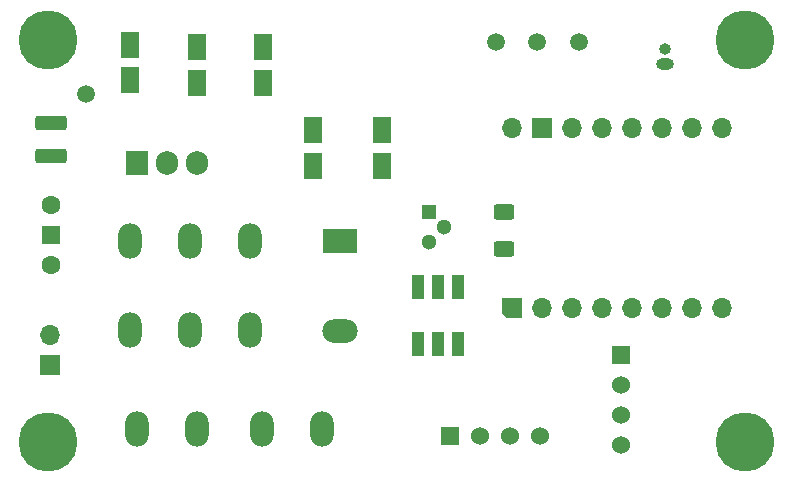
<source format=gbr>
%TF.GenerationSoftware,KiCad,Pcbnew,8.0.4*%
%TF.CreationDate,2024-07-28T00:18:49-04:00*%
%TF.ProjectId,ESP32-C3-WROOM-Node-Temperature,45535033-322d-4433-932d-57524f4f4d2d,rev?*%
%TF.SameCoordinates,Original*%
%TF.FileFunction,Soldermask,Top*%
%TF.FilePolarity,Negative*%
%FSLAX46Y46*%
G04 Gerber Fmt 4.6, Leading zero omitted, Abs format (unit mm)*
G04 Created by KiCad (PCBNEW 8.0.4) date 2024-07-28 00:18:49*
%MOMM*%
%LPD*%
G01*
G04 APERTURE LIST*
G04 Aperture macros list*
%AMRoundRect*
0 Rectangle with rounded corners*
0 $1 Rounding radius*
0 $2 $3 $4 $5 $6 $7 $8 $9 X,Y pos of 4 corners*
0 Add a 4 corners polygon primitive as box body*
4,1,4,$2,$3,$4,$5,$6,$7,$8,$9,$2,$3,0*
0 Add four circle primitives for the rounded corners*
1,1,$1+$1,$2,$3*
1,1,$1+$1,$4,$5*
1,1,$1+$1,$6,$7*
1,1,$1+$1,$8,$9*
0 Add four rect primitives between the rounded corners*
20,1,$1+$1,$2,$3,$4,$5,0*
20,1,$1+$1,$4,$5,$6,$7,0*
20,1,$1+$1,$6,$7,$8,$9,0*
20,1,$1+$1,$8,$9,$2,$3,0*%
%AMOutline5P*
0 Free polygon, 5 corners , with rotation*
0 The origin of the aperture is its center*
0 number of corners: always 5*
0 $1 to $10 corner X, Y*
0 $11 Rotation angle, in degrees counterclockwise*
0 create outline with 5 corners*
4,1,5,$1,$2,$3,$4,$5,$6,$7,$8,$9,$10,$1,$2,$11*%
%AMOutline6P*
0 Free polygon, 6 corners , with rotation*
0 The origin of the aperture is its center*
0 number of corners: always 6*
0 $1 to $12 corner X, Y*
0 $13 Rotation angle, in degrees counterclockwise*
0 create outline with 6 corners*
4,1,6,$1,$2,$3,$4,$5,$6,$7,$8,$9,$10,$11,$12,$1,$2,$13*%
%AMOutline7P*
0 Free polygon, 7 corners , with rotation*
0 The origin of the aperture is its center*
0 number of corners: always 7*
0 $1 to $14 corner X, Y*
0 $15 Rotation angle, in degrees counterclockwise*
0 create outline with 7 corners*
4,1,7,$1,$2,$3,$4,$5,$6,$7,$8,$9,$10,$11,$12,$13,$14,$1,$2,$15*%
%AMOutline8P*
0 Free polygon, 8 corners , with rotation*
0 The origin of the aperture is its center*
0 number of corners: always 8*
0 $1 to $16 corner X, Y*
0 $17 Rotation angle, in degrees counterclockwise*
0 create outline with 8 corners*
4,1,8,$1,$2,$3,$4,$5,$6,$7,$8,$9,$10,$11,$12,$13,$14,$15,$16,$1,$2,$17*%
G04 Aperture macros list end*
%ADD10R,1.600000X2.200000*%
%ADD11R,1.300000X1.300000*%
%ADD12C,1.300000*%
%ADD13C,1.500000*%
%ADD14O,2.000000X3.000000*%
%ADD15R,1.524000X1.524000*%
%ADD16C,1.524000*%
%ADD17RoundRect,0.250000X-0.625000X0.400000X-0.625000X-0.400000X0.625000X-0.400000X0.625000X0.400000X0*%
%ADD18R,1.700000X1.700000*%
%ADD19O,1.700000X1.700000*%
%ADD20R,1.100000X2.000000*%
%ADD21Outline5P,-0.850000X0.425000X-0.425000X0.850000X0.850000X0.850000X0.850000X-0.850000X-0.850000X-0.850000X90.000000*%
%ADD22C,5.000000*%
%ADD23R,1.905000X2.000000*%
%ADD24O,1.905000X2.000000*%
%ADD25RoundRect,0.250000X-1.075000X0.375000X-1.075000X-0.375000X1.075000X-0.375000X1.075000X0.375000X0*%
%ADD26R,3.000000X2.000000*%
%ADD27O,3.000000X2.000000*%
%ADD28O,1.500000X1.000000*%
%ADD29O,1.000000X1.000000*%
%ADD30R,1.500000X1.500000*%
%ADD31C,1.600000*%
G04 APERTURE END LIST*
D10*
%TO.C,C4*%
X131800000Y-65900000D03*
X131800000Y-62900000D03*
%TD*%
D11*
%TO.C,Q1*%
X145830000Y-76830000D03*
D12*
X147100000Y-78100000D03*
X145830000Y-79370000D03*
%TD*%
D13*
%TO.C,3V3*%
X158500000Y-62400000D03*
%TD*%
D14*
%TO.C,J3*%
X121100000Y-95200000D03*
X126180000Y-95200000D03*
%TD*%
D15*
%TO.C,J4*%
X147600000Y-95800000D03*
D16*
X155220000Y-95800000D03*
X152680000Y-95800000D03*
X150140000Y-95800000D03*
%TD*%
D13*
%TO.C,5V*%
X155000000Y-62400000D03*
%TD*%
D15*
%TO.C,U3*%
X162100000Y-88960000D03*
D16*
X162100000Y-91500000D03*
X162100000Y-94040000D03*
X162100000Y-96580000D03*
%TD*%
D17*
%TO.C,R4*%
X152200000Y-76849999D03*
X152200000Y-79950001D03*
%TD*%
D18*
%TO.C,J1*%
X113775000Y-89750000D03*
D19*
X113775000Y-87210000D03*
%TD*%
D20*
%TO.C,D1*%
X144900000Y-88000000D03*
X146600000Y-88000000D03*
X148300000Y-88000000D03*
X148300000Y-83200000D03*
X146600000Y-83200000D03*
X144900000Y-83200000D03*
%TD*%
D10*
%TO.C,C3*%
X136000000Y-72900000D03*
X136000000Y-69900000D03*
%TD*%
D21*
%TO.C,U1*%
X152840000Y-84920000D03*
D19*
X155380000Y-84920000D03*
X157920000Y-84920000D03*
X160460000Y-84920000D03*
X163000000Y-84920000D03*
X165540000Y-84920000D03*
X168080000Y-84920000D03*
X170620000Y-84920000D03*
X170620000Y-69680000D03*
X168080000Y-69680000D03*
X165540000Y-69680000D03*
X163000000Y-69680000D03*
X160460000Y-69680000D03*
X157920000Y-69680000D03*
D18*
X155380000Y-69680000D03*
D19*
X152840000Y-69680000D03*
%TD*%
D13*
%TO.C,GND*%
X151500000Y-62400000D03*
%TD*%
D22*
%TO.C,H1*%
X113600000Y-62300000D03*
X113600000Y-96300000D03*
X172600000Y-96300000D03*
X172600000Y-62300000D03*
%TD*%
D23*
%TO.C,U4*%
X121060000Y-72645000D03*
D24*
X123600000Y-72645000D03*
X126140000Y-72645000D03*
%TD*%
D13*
%TO.C,TP1*%
X116800000Y-66800000D03*
%TD*%
D10*
%TO.C,C2*%
X126200000Y-65900000D03*
X126200000Y-62900000D03*
%TD*%
D25*
%TO.C,D2*%
X113800000Y-69300000D03*
X113800000Y-72100000D03*
%TD*%
D14*
%TO.C,J2*%
X131700000Y-95200000D03*
X136780000Y-95200000D03*
%TD*%
%TO.C,K1*%
X125600000Y-79300000D03*
X130680000Y-79300000D03*
X120520000Y-79300000D03*
X125600000Y-86800000D03*
X130680000Y-86800000D03*
X120520000Y-86800000D03*
D26*
X138300000Y-79300000D03*
D27*
X138300000Y-86920000D03*
%TD*%
D10*
%TO.C,C6*%
X141800000Y-72900000D03*
X141800000Y-69900000D03*
%TD*%
D28*
%TO.C,R2*%
X165800000Y-64270000D03*
D29*
X165800000Y-63000000D03*
%TD*%
D10*
%TO.C,C1*%
X120500000Y-65672600D03*
X120500000Y-62672600D03*
%TD*%
D30*
%TO.C,SW1*%
X113800000Y-78760000D03*
D31*
X113800000Y-76220000D03*
X113800000Y-81300000D03*
%TD*%
M02*

</source>
